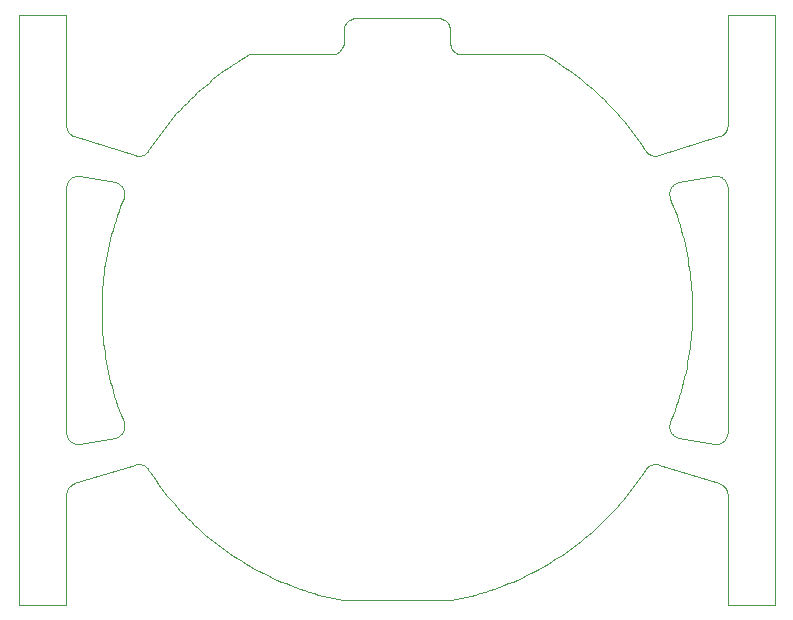
<source format=gko>
%MOIN*%
%OFA0B0*%
%FSLAX44Y44*%
%IPPOS*%
%LPD*%
%ADD10C,0*%
D10*
X00023622Y00013918D02*
X00023622Y00013918D01*
X00023622Y00005766D01*
X00023620Y00005731D01*
X00023616Y00005697D01*
X00023608Y00005664D01*
X00023598Y00005631D01*
X00023585Y00005599D01*
X00023569Y00005569D01*
X00023550Y00005540D01*
X00023529Y00005512D01*
X00023506Y00005487D01*
X00023481Y00005464D01*
X00023454Y00005443D01*
X00023425Y00005425D01*
X00023394Y00005409D01*
X00023362Y00005396D01*
X00023330Y00005385D01*
X00023296Y00005378D01*
X00023262Y00005373D01*
X00023228Y00005372D01*
X00023193Y00005373D01*
X00023159Y00005378D01*
X00022005Y00005582D01*
X00021970Y00005590D01*
X00021937Y00005600D01*
X00021905Y00005614D01*
X00021874Y00005630D01*
X00021844Y00005649D01*
X00021817Y00005671D01*
X00021791Y00005695D01*
X00021768Y00005721D01*
X00021747Y00005749D01*
X00021728Y00005779D01*
X00021713Y00005811D01*
X00021700Y00005844D01*
X00021690Y00005877D01*
X00021684Y00005912D01*
X00021680Y00005947D01*
X00021680Y00005982D01*
X00021682Y00006017D01*
X00021688Y00006051D01*
X00021697Y00006085D01*
X00021709Y00006118D01*
X00021742Y00006200D01*
X00021802Y00006354D01*
X00021859Y00006509D01*
X00021914Y00006665D01*
X00021966Y00006822D01*
X00022015Y00006979D01*
X00022062Y00007138D01*
X00022106Y00007297D01*
X00022147Y00007457D01*
X00022186Y00007617D01*
X00022222Y00007778D01*
X00022255Y00007940D01*
X00022286Y00008102D01*
X00022313Y00008265D01*
X00022339Y00008428D01*
X00022361Y00008592D01*
X00022380Y00008756D01*
X00022397Y00008920D01*
X00022411Y00009085D01*
X00022423Y00009250D01*
X00022431Y00009415D01*
X00022437Y00009580D01*
X00022440Y00009745D01*
X00022440Y00009910D01*
X00022438Y00010075D01*
X00022433Y00010240D01*
X00022424Y00010405D01*
X00022414Y00010570D01*
X00022400Y00010734D01*
X00022384Y00010899D01*
X00022365Y00011063D01*
X00022343Y00011226D01*
X00022318Y00011390D01*
X00022291Y00011553D01*
X00022261Y00011715D01*
X00022228Y00011877D01*
X00022192Y00012038D01*
X00022154Y00012199D01*
X00022113Y00012359D01*
X00022070Y00012518D01*
X00022024Y00012677D01*
X00021975Y00012834D01*
X00021923Y00012991D01*
X00021869Y00013147D01*
X00021812Y00013302D01*
X00021753Y00013457D01*
X00021709Y00013566D01*
X00021697Y00013599D01*
X00021688Y00013633D01*
X00021683Y00013667D01*
X00021680Y00013702D01*
X00021681Y00013737D01*
X00021684Y00013772D01*
X00021691Y00013806D01*
X00021701Y00013840D01*
X00021714Y00013872D01*
X00021729Y00013904D01*
X00021747Y00013934D01*
X00021768Y00013962D01*
X00021792Y00013988D01*
X00021817Y00014012D01*
X00021845Y00014034D01*
X00021874Y00014053D01*
X00021905Y00014069D01*
X00021937Y00014083D01*
X00021971Y00014093D01*
X00022005Y00014101D01*
X00023159Y00014306D01*
X00023193Y00014311D01*
X00023227Y00014312D01*
X00023262Y00014311D01*
X00023296Y00014306D01*
X00023329Y00014299D01*
X00023362Y00014289D01*
X00023394Y00014275D01*
X00023424Y00014260D01*
X00023453Y00014241D01*
X00023481Y00014220D01*
X00023506Y00014197D01*
X00023529Y00014172D01*
X00023550Y00014144D01*
X00023569Y00014115D01*
X00023585Y00014085D01*
X00023598Y00014053D01*
X00023608Y00014020D01*
X00023616Y00013987D01*
X00023620Y00013953D01*
X00023622Y00013918D01*
X00001574Y00013918D02*
X00001574Y00013918D01*
X00001576Y00013953D01*
X00001580Y00013987D01*
X00001588Y00014020D01*
X00001598Y00014053D01*
X00001611Y00014085D01*
X00001627Y00014115D01*
X00001646Y00014144D01*
X00001667Y00014172D01*
X00001690Y00014197D01*
X00001715Y00014220D01*
X00001742Y00014241D01*
X00001771Y00014260D01*
X00001802Y00014275D01*
X00001834Y00014289D01*
X00001866Y00014299D01*
X00001900Y00014306D01*
X00001934Y00014311D01*
X00001968Y00014312D01*
X00002003Y00014311D01*
X00002037Y00014306D01*
X00003191Y00014101D01*
X00003226Y00014094D01*
X00003259Y00014083D01*
X00003291Y00014069D01*
X00003322Y00014053D01*
X00003352Y00014034D01*
X00003379Y00014012D01*
X00003405Y00013988D01*
X00003428Y00013962D01*
X00003449Y00013934D01*
X00003467Y00013904D01*
X00003483Y00013873D01*
X00003495Y00013840D01*
X00003505Y00013807D01*
X00003512Y00013772D01*
X00003516Y00013737D01*
X00003516Y00013702D01*
X00003514Y00013667D01*
X00003508Y00013633D01*
X00003499Y00013599D01*
X00003488Y00013566D01*
X00003443Y00013456D01*
X00003384Y00013302D01*
X00003327Y00013147D01*
X00003273Y00012991D01*
X00003221Y00012834D01*
X00003172Y00012676D01*
X00003126Y00012517D01*
X00003083Y00012358D01*
X00003042Y00012198D01*
X00003004Y00012037D01*
X00002968Y00011876D01*
X00002935Y00011714D01*
X00002905Y00011552D01*
X00002878Y00011389D01*
X00002853Y00011226D01*
X00002832Y00011062D01*
X00002812Y00010898D01*
X00002796Y00010734D01*
X00002783Y00010569D01*
X00002772Y00010404D01*
X00002764Y00010239D01*
X00002758Y00010074D01*
X00002756Y00009909D01*
X00002756Y00009744D01*
X00002759Y00009579D01*
X00002765Y00009414D01*
X00002774Y00009249D01*
X00002785Y00009084D01*
X00002799Y00008920D01*
X00002816Y00008755D01*
X00002835Y00008591D01*
X00002858Y00008428D01*
X00002883Y00008264D01*
X00002911Y00008102D01*
X00002941Y00007939D01*
X00002975Y00007778D01*
X00003011Y00007616D01*
X00003049Y00007456D01*
X00003091Y00007296D01*
X00003135Y00007137D01*
X00003181Y00006978D01*
X00003231Y00006821D01*
X00003283Y00006664D01*
X00003337Y00006508D01*
X00003395Y00006353D01*
X00003455Y00006199D01*
X00003488Y00006118D01*
X00003499Y00006085D01*
X00003508Y00006051D01*
X00003514Y00006016D01*
X00003517Y00005981D01*
X00003516Y00005946D01*
X00003513Y00005911D01*
X00003506Y00005877D01*
X00003496Y00005843D01*
X00003483Y00005811D01*
X00003468Y00005779D01*
X00003450Y00005749D01*
X00003429Y00005721D01*
X00003405Y00005695D01*
X00003380Y00005671D01*
X00003352Y00005649D01*
X00003323Y00005630D01*
X00003292Y00005613D01*
X00003259Y00005600D01*
X00003226Y00005589D01*
X00003192Y00005582D01*
X00002036Y00005378D01*
X00002002Y00005373D01*
X00001968Y00005372D01*
X00001934Y00005373D01*
X00001900Y00005378D01*
X00001866Y00005385D01*
X00001833Y00005396D01*
X00001802Y00005409D01*
X00001771Y00005425D01*
X00001742Y00005443D01*
X00001715Y00005464D01*
X00001690Y00005487D01*
X00001666Y00005512D01*
X00001646Y00005540D01*
X00001627Y00005569D01*
X00001611Y00005599D01*
X00001598Y00005631D01*
X00001588Y00005664D01*
X00001580Y00005697D01*
X00001576Y00005731D01*
X00001574Y00005766D01*
X00001574Y00013918D01*
X00004317Y00015161D02*
X00004317Y00015161D01*
X00004303Y00015140D01*
X00004287Y00015120D01*
X00004270Y00015101D01*
X00004251Y00015083D01*
X00004232Y00015066D01*
X00004211Y00015051D01*
X00004190Y00015037D01*
X00004168Y00015024D01*
X00004144Y00015013D01*
X00004121Y00015004D01*
X00004096Y00014996D01*
X00004071Y00014989D01*
X00004046Y00014984D01*
X00004021Y00014981D01*
X00003995Y00014980D01*
X00003969Y00014980D01*
X00003944Y00014982D01*
X00003918Y00014986D01*
X00003893Y00014991D01*
X00003869Y00014998D01*
X00001851Y00015626D01*
X00001827Y00015634D01*
X00001804Y00015644D01*
X00001782Y00015655D01*
X00001760Y00015667D01*
X00001740Y00015681D01*
X00001720Y00015696D01*
X00001701Y00015713D01*
X00001683Y00015730D01*
X00001666Y00015749D01*
X00001651Y00015768D01*
X00001637Y00015789D01*
X00001624Y00015810D01*
X00001612Y00015833D01*
X00001602Y00015855D01*
X00001594Y00015879D01*
X00001587Y00015903D01*
X00001581Y00015927D01*
X00001577Y00015952D01*
X00001575Y00015977D01*
X00001574Y00016002D01*
X00001574Y00019685D01*
X00000000Y00019685D01*
X00000000Y00000000D01*
X00001574Y00000000D01*
X00001574Y00003682D01*
X00001575Y00003707D01*
X00001577Y00003732D01*
X00001581Y00003757D01*
X00001587Y00003781D01*
X00001594Y00003805D01*
X00001603Y00003829D01*
X00001613Y00003852D01*
X00001624Y00003874D01*
X00001637Y00003895D01*
X00001651Y00003916D01*
X00001666Y00003935D01*
X00001683Y00003954D01*
X00001701Y00003972D01*
X00001720Y00003988D01*
X00001740Y00004003D01*
X00001760Y00004017D01*
X00001782Y00004029D01*
X00001805Y00004040D01*
X00001828Y00004050D01*
X00001851Y00004058D01*
X00003869Y00004685D01*
X00003894Y00004692D01*
X00003919Y00004697D01*
X00003945Y00004701D01*
X00003970Y00004703D01*
X00003996Y00004703D01*
X00004021Y00004702D01*
X00004047Y00004699D01*
X00004072Y00004694D01*
X00004096Y00004687D01*
X00004121Y00004680D01*
X00004145Y00004670D01*
X00004168Y00004659D01*
X00004190Y00004646D01*
X00004211Y00004633D01*
X00004232Y00004617D01*
X00004251Y00004601D01*
X00004270Y00004583D01*
X00004287Y00004564D01*
X00004303Y00004544D01*
X00004317Y00004523D01*
X00004368Y00004444D01*
X00004460Y00004307D01*
X00004554Y00004171D01*
X00004650Y00004037D01*
X00004748Y00003904D01*
X00004849Y00003773D01*
X00004952Y00003644D01*
X00005057Y00003517D01*
X00005164Y00003391D01*
X00005274Y00003267D01*
X00005385Y00003145D01*
X00005498Y00003025D01*
X00005614Y00002907D01*
X00005731Y00002791D01*
X00005850Y00002677D01*
X00005972Y00002565D01*
X00006095Y00002454D01*
X00006219Y00002346D01*
X00006346Y00002240D01*
X00006475Y00002136D01*
X00006605Y00002035D01*
X00006737Y00001935D01*
X00006870Y00001838D01*
X00007005Y00001743D01*
X00007142Y00001650D01*
X00007280Y00001560D01*
X00007420Y00001472D01*
X00007561Y00001386D01*
X00007704Y00001303D01*
X00007848Y00001222D01*
X00007993Y00001144D01*
X00008139Y00001067D01*
X00008287Y00000994D01*
X00008436Y00000923D01*
X00008587Y00000854D01*
X00008738Y00000788D01*
X00008890Y00000725D01*
X00009044Y00000664D01*
X00009198Y00000605D01*
X00009354Y00000550D01*
X00009510Y00000497D01*
X00009668Y00000446D01*
X00009826Y00000398D01*
X00009984Y00000353D01*
X00010144Y00000311D01*
X00010304Y00000271D01*
X00010465Y00000234D01*
X00010627Y00000199D01*
X00010789Y00000167D01*
X00014409Y00000167D01*
X00014571Y00000199D01*
X00014733Y00000234D01*
X00014893Y00000271D01*
X00015054Y00000311D01*
X00015213Y00000353D01*
X00015372Y00000398D01*
X00015530Y00000446D01*
X00015687Y00000497D01*
X00015844Y00000550D01*
X00015999Y00000606D01*
X00016154Y00000664D01*
X00016307Y00000725D01*
X00016460Y00000789D01*
X00016611Y00000855D01*
X00016761Y00000923D01*
X00016910Y00000994D01*
X00017058Y00001068D01*
X00017205Y00001144D01*
X00017350Y00001223D01*
X00017494Y00001303D01*
X00017636Y00001387D01*
X00017778Y00001473D01*
X00017917Y00001561D01*
X00018056Y00001651D01*
X00018192Y00001744D01*
X00018327Y00001839D01*
X00018461Y00001936D01*
X00018593Y00002035D01*
X00018723Y00002137D01*
X00018851Y00002241D01*
X00018978Y00002347D01*
X00019103Y00002455D01*
X00019226Y00002565D01*
X00019347Y00002677D01*
X00019466Y00002792D01*
X00019583Y00002908D01*
X00019699Y00003026D01*
X00019812Y00003146D01*
X00019923Y00003268D01*
X00020033Y00003392D01*
X00020140Y00003518D01*
X00020245Y00003645D01*
X00020348Y00003774D01*
X00020449Y00003905D01*
X00020547Y00004038D01*
X00020643Y00004172D01*
X00020737Y00004308D01*
X00020829Y00004445D01*
X00020879Y00004522D01*
X00020893Y00004543D01*
X00020909Y00004563D01*
X00020926Y00004582D01*
X00020945Y00004600D01*
X00020964Y00004617D01*
X00020984Y00004632D01*
X00021006Y00004646D01*
X00021028Y00004658D01*
X00021051Y00004669D01*
X00021075Y00004679D01*
X00021099Y00004687D01*
X00021124Y00004693D01*
X00021149Y00004698D01*
X00021175Y00004701D01*
X00021200Y00004703D01*
X00021226Y00004702D01*
X00021251Y00004701D01*
X00021277Y00004697D01*
X00021302Y00004692D01*
X00021326Y00004685D01*
X00023345Y00004058D01*
X00023368Y00004050D01*
X00023391Y00004040D01*
X00023414Y00004029D01*
X00023435Y00004017D01*
X00023456Y00004003D01*
X00023476Y00003988D01*
X00023495Y00003972D01*
X00023513Y00003954D01*
X00023529Y00003935D01*
X00023545Y00003916D01*
X00023559Y00003895D01*
X00023572Y00003874D01*
X00023583Y00003852D01*
X00023593Y00003829D01*
X00023602Y00003805D01*
X00023609Y00003781D01*
X00023614Y00003757D01*
X00023618Y00003732D01*
X00023621Y00003707D01*
X00023622Y00003682D01*
X00023622Y00000000D01*
X00025196Y00000000D01*
X00025196Y00019685D01*
X00023622Y00019685D01*
X00023622Y00016002D01*
X00023621Y00015977D01*
X00023618Y00015952D01*
X00023614Y00015927D01*
X00023609Y00015903D01*
X00023602Y00015879D01*
X00023593Y00015855D01*
X00023583Y00015833D01*
X00023572Y00015810D01*
X00023559Y00015789D01*
X00023545Y00015768D01*
X00023529Y00015749D01*
X00023513Y00015730D01*
X00023495Y00015713D01*
X00023476Y00015696D01*
X00023456Y00015681D01*
X00023435Y00015667D01*
X00023414Y00015655D01*
X00023391Y00015644D01*
X00023368Y00015634D01*
X00023345Y00015626D01*
X00021327Y00014998D01*
X00021303Y00014991D01*
X00021277Y00014986D01*
X00021252Y00014983D01*
X00021226Y00014981D01*
X00021201Y00014980D01*
X00021175Y00014982D01*
X00021150Y00014985D01*
X00021124Y00014990D01*
X00021100Y00014996D01*
X00021075Y00015004D01*
X00021051Y00015014D01*
X00021028Y00015025D01*
X00021006Y00015038D01*
X00020985Y00015052D01*
X00020964Y00015067D01*
X00020945Y00015084D01*
X00020926Y00015102D01*
X00020909Y00015121D01*
X00020893Y00015141D01*
X00020879Y00015162D01*
X00020845Y00015214D01*
X00020754Y00015352D01*
X00020660Y00015488D01*
X00020564Y00015623D01*
X00020466Y00015755D01*
X00020366Y00015887D01*
X00020263Y00016016D01*
X00020159Y00016144D01*
X00020052Y00016270D01*
X00019943Y00016394D01*
X00019832Y00016516D01*
X00019719Y00016637D01*
X00019604Y00016755D01*
X00019487Y00016872D01*
X00019368Y00016986D01*
X00019247Y00017099D01*
X00019125Y00017210D01*
X00019000Y00017318D01*
X00018874Y00017424D01*
X00018746Y00017529D01*
X00018616Y00017631D01*
X00018484Y00017731D01*
X00018351Y00017828D01*
X00018216Y00017924D01*
X00018080Y00018017D01*
X00017942Y00018108D01*
X00017803Y00018196D01*
X00017662Y00018282D01*
X00017519Y00018366D01*
X00014763Y00018366D01*
X00014702Y00018370D01*
X00014642Y00018385D01*
X00014585Y00018409D01*
X00014532Y00018441D01*
X00014485Y00018481D01*
X00014445Y00018528D01*
X00014412Y00018581D01*
X00014389Y00018638D01*
X00014374Y00018698D01*
X00014370Y00018759D01*
X00014370Y00019173D01*
X00014365Y00019234D01*
X00014350Y00019294D01*
X00014327Y00019351D01*
X00014294Y00019404D01*
X00014254Y00019451D01*
X00014207Y00019491D01*
X00014155Y00019524D01*
X00014098Y00019547D01*
X00014037Y00019562D01*
X00013976Y00019566D01*
X00011220Y00019566D01*
X00011158Y00019562D01*
X00011098Y00019547D01*
X00011041Y00019524D01*
X00010989Y00019491D01*
X00010942Y00019451D01*
X00010901Y00019404D01*
X00010869Y00019351D01*
X00010846Y00019294D01*
X00010831Y00019234D01*
X00010826Y00019173D01*
X00010826Y00018759D01*
X00010821Y00018698D01*
X00010807Y00018638D01*
X00010783Y00018581D01*
X00010751Y00018528D01*
X00010711Y00018481D01*
X00010664Y00018441D01*
X00010611Y00018409D01*
X00010554Y00018385D01*
X00010494Y00018370D01*
X00010433Y00018366D01*
X00007677Y00018366D01*
X00007534Y00018282D01*
X00007393Y00018196D01*
X00007254Y00018107D01*
X00007116Y00018016D01*
X00006980Y00017923D01*
X00006845Y00017828D01*
X00006712Y00017730D01*
X00006580Y00017630D01*
X00006450Y00017528D01*
X00006322Y00017424D01*
X00006196Y00017318D01*
X00006071Y00017209D01*
X00005949Y00017099D01*
X00005828Y00016986D01*
X00005709Y00016871D01*
X00005592Y00016755D01*
X00005477Y00016636D01*
X00005364Y00016516D01*
X00005253Y00016394D01*
X00005144Y00016269D01*
X00005037Y00016143D01*
X00004933Y00016016D01*
X00004830Y00015886D01*
X00004730Y00015755D01*
X00004632Y00015622D01*
X00004536Y00015488D01*
X00004442Y00015352D01*
X00004351Y00015214D01*
X00004317Y00015161D01*
M02*
</source>
